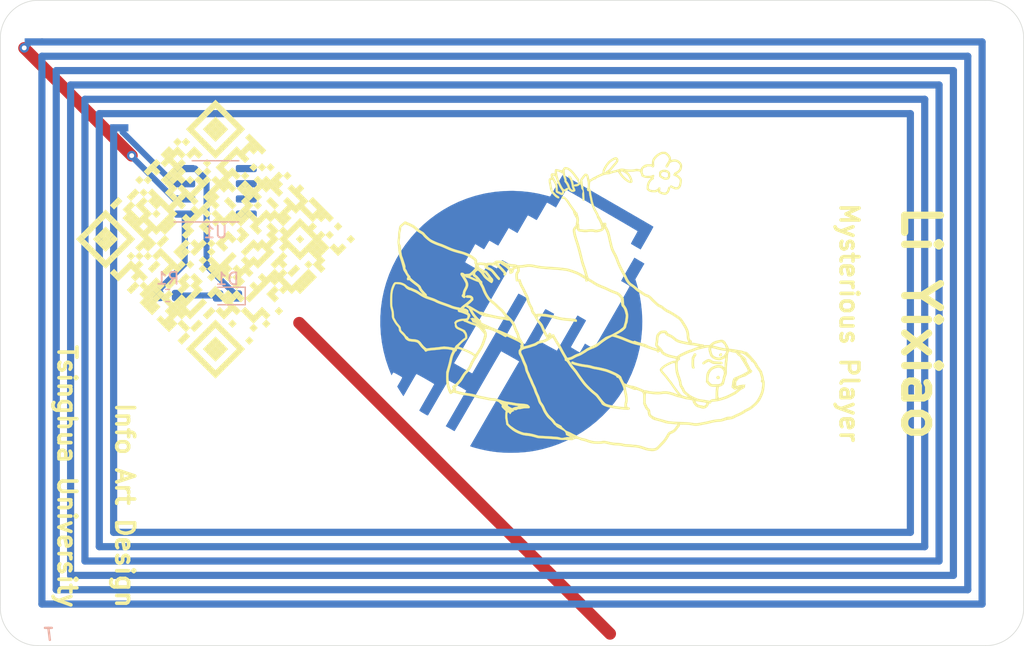
<source format=kicad_pcb>
(kicad_pcb (version 20171130) (host pcbnew "(5.1.9)-1")
  (layers (0 F.Cu signal) (31 B.Cu signal) (34 B.Paste user) (35 F.Paste user) (36 B.SilkS user) (37 F.SilkS user) (38 B.Mask user) (39 F.Mask user) (44 Edge.Cuts user))
  (net 0 "")
  (net 1 "Net-(AE1-Pad2)")
  (net 2 GND)
  (net 3 "Net-(D1-Pad2)")
  (net 4 +3V3)
  (net 5 "Net-(AE1-Pad1)")
  (net 6 "Net-(U1-Pad8)")
  (net 7 "Net-(U1-Pad7)")
  (net 8 "Net-(U1-Pad6)")
  (net 9 "Net-(U1-Pad5)")
  (module Avatars:6李艺潇 (layer F.Cu) (at 148.29 73.01 270)
    (fp_text reference G*** hide)
    (fp_text value LOGO hide)
  )
  (module Card:FutureInteractionDisconnect (layer B.Cu) (at 142.8 73.01)
    (fp_text reference G*** hide)
    (fp_text value LOGO hide)
    (fp_poly (pts (xy 0.476798 10.843159) (xy 0.984689 10.811521) (xy 1.474558 10.756716) (xy 1.960792 10.677047) (xy 2.457777 10.570817) (xy 2.578206 10.541687) (xy 3.286119 10.341214) (xy 3.97344 10.095386) (xy 4.638474 9.805974) (xy 5.279524 9.474753) (xy 5.894894 9.103496) (xy 6.482888 8.693976) (xy 7.04181 8.247968) (xy 7.569964 7.767244) (xy 8.065655 7.253579) (xy 8.527185 6.708745) (xy 8.952859 6.134517) (xy 9.340981 5.532667) (xy 9.689855 4.90497) (xy 9.997785 4.253199) (xy 10.263075 3.579127) (xy 10.484028 2.884529) (xy 10.658949 2.171177) (xy 10.67963 2.0701) (xy 10.801638 1.330457) (xy 10.873378 0.58695) (xy 10.894846 -0.158117) (xy 10.866035 -0.902439) (xy 10.78694 -1.643714) (xy 10.690058 -2.219732) (xy 10.635958 -2.496365) (xy 10.687195 -2.601827) (xy 10.738433 -2.707288) (xy 10.642725 -2.76237) (xy 10.57361 -2.813266) (xy 10.538395 -2.874747) (xy 10.529264 -2.912089) (xy 10.51508 -2.972243) (xy 10.489173 -3.068151) (xy 10.455095 -3.187118) (xy 10.416403 -3.316451) (xy 10.412243 -3.330031) (xy 10.312976 -3.653336) (xy 10.692223 -4.309184) (xy 11.071471 -4.965031) (xy 10.964985 -5.030828) (xy 10.903142 -5.068253) (xy 10.809179 -5.124154) (xy 10.694928 -5.191533) (xy 10.57222 -5.263392) (xy 10.547784 -5.277639) (xy 10.237069 -5.458652) (xy 10.137689 -5.288376) (xy 9.967675 -4.996343) (xy 9.808924 -4.722203) (xy 9.66303 -4.468783) (xy 9.531585 -4.23891) (xy 9.416183 -4.03541) (xy 9.318418 -3.861108) (xy 9.239884 -3.718833) (xy 9.182173 -3.61141) (xy 9.146879 -3.541665) (xy 9.135596 -3.512425) (xy 9.136046 -3.511716) (xy 9.164063 -3.496979) (xy 9.227852 -3.461062) (xy 9.3194 -3.408548) (xy 9.430696 -3.344018) (xy 9.4996 -3.303792) (xy 9.637811 -3.221258) (xy 9.735593 -3.15862) (xy 9.797636 -3.112437) (xy 9.828633 -3.079266) (xy 9.834027 -3.058465) (xy 9.820177 -3.029499) (xy 9.782837 -2.960241) (xy 9.723931 -2.854025) (xy 9.645384 -2.714183) (xy 9.549119 -2.544049) (xy 9.437062 -2.346956) (xy 9.311138 -2.126238) (xy 9.173271 -1.885229) (xy 9.025385 -1.62726) (xy 8.869405 -1.355667) (xy 8.707256 -1.073782) (xy 8.540863 -0.784938) (xy 8.372149 -0.49247) (xy 8.20304 -0.199709) (xy 8.03546 0.090009) (xy 7.871334 0.373352) (xy 7.712586 0.646987) (xy 7.561141 0.907579) (xy 7.418924 1.151796) (xy 7.287859 1.376305) (xy 7.16987 1.577771) (xy 7.066883 1.752862) (xy 6.980822 1.898244) (xy 6.913611 2.010584) (xy 6.867176 2.086548) (xy 6.84344 2.122803) (xy 6.840974 2.125466) (xy 6.808278 2.117555) (xy 6.738414 2.0862) (xy 6.637449 2.034628) (xy 6.511448 1.966064) (xy 6.36648 1.883737) (xy 6.208612 1.790872) (xy 6.183242 1.77566) (xy 6.105384 1.728857) (xy 5.894063 2.096329) (xy 5.823088 2.218199) (xy 5.760368 2.322976) (xy 5.710386 2.403401) (xy 5.677625 2.452217) (xy 5.667121 2.463723) (xy 5.637825 2.451453) (xy 5.575043 2.418207) (xy 5.487566 2.36919) (xy 5.384183 2.309608) (xy 5.273686 2.244664) (xy 5.164865 2.179564) (xy 5.066509 2.119512) (xy 4.98741 2.069714) (xy 4.936358 2.035373) (xy 4.92158 2.02229) (xy 4.933833 1.99713) (xy 4.969152 1.932263) (xy 5.025133 1.83193) (xy 5.09937 1.700376) (xy 5.189458 1.541844) (xy 5.29299 1.360577) (xy 5.407561 1.160818) (xy 5.530766 0.946812) (xy 5.55997 0.896198) (xy 5.684526 0.680078) (xy 5.80079 0.477699) (xy 5.906391 0.293234) (xy 5.998957 0.130856) (xy 6.076116 -0.00526) (xy 6.135498 -0.110942) (xy 6.17473 -0.182016) (xy 6.191441 -0.214307) (xy 6.191837 -0.215823) (xy 6.169285 -0.229211) (xy 6.111795 -0.262713) (xy 6.028445 -0.311082) (xy 5.928313 -0.369071) (xy 5.820475 -0.43143) (xy 5.714011 -0.492914) (xy 5.617997 -0.548273) (xy 5.541511 -0.592261) (xy 5.493632 -0.61963) (xy 5.483312 -0.625412) (xy 5.468283 -0.605464) (xy 5.430101 -0.545036) (xy 5.370888 -0.447717) (xy 5.292762 -0.317094) (xy 5.197843 -0.156756) (xy 5.088252 0.029711) (xy 4.966108 0.238716) (xy 4.833532 0.466674) (xy 4.692643 0.709995) (xy 4.622009 0.832368) (xy 4.477601 1.082663) (xy 4.340473 1.320067) (xy 4.212756 1.540903) (xy 4.096585 1.741495) (xy 3.994093 1.918167) (xy 3.907414 2.067243) (xy 3.838682 2.185046) (xy 3.790029 2.267902) (xy 3.76359 2.312132) (xy 3.759448 2.318529) (xy 3.735327 2.310133) (xy 3.673365 2.28003) (xy 3.579841 2.231692) (xy 3.461036 2.168593) (xy 3.32323 2.094204) (xy 3.172702 2.011998) (xy 3.015732 1.925448) (xy 2.858599 1.838025) (xy 2.707584 1.753204) (xy 2.568966 1.674455) (xy 2.449025 1.605252) (xy 2.354041 1.549067) (xy 2.290293 1.509373) (xy 2.268843 1.494271) (xy 2.266979 1.47259) (xy 2.284275 1.423159) (xy 2.32229 1.342886) (xy 2.382584 1.228679) (xy 2.466716 1.07745) (xy 2.571794 0.893812) (xy 2.685372 0.697133) (xy 2.81263 0.476767) (xy 2.944466 0.248473) (xy 3.071782 0.028007) (xy 3.185479 -0.168875) (xy 3.215098 -0.220164) (xy 3.525594 -0.757828) (xy 3.167325 -0.963385) (xy 3.0277 -1.042281) (xy 2.925374 -1.096862) (xy 2.854557 -1.129721) (xy 2.809459 -1.14345) (xy 2.784291 -1.140642) (xy 2.779722 -1.13692) (xy 2.762251 -1.109847) (xy 2.721702 -1.042493) (xy 2.660279 -0.938641) (xy 2.580188 -0.802073) (xy 2.483633 -0.63657) (xy 2.372819 -0.445915) (xy 2.249951 -0.233888) (xy 2.117234 -0.004271) (xy 1.976872 0.239154) (xy 1.931765 0.3175) (xy 1.789487 0.564379) (xy 1.654156 0.798552) (xy 1.527975 1.016246) (xy 1.41315 1.21369) (xy 1.311885 1.387112) (xy 1.226383 1.53274) (xy 1.158849 1.646802) (xy 1.111487 1.725526) (xy 1.086501 1.76514) (xy 1.083621 1.768911) (xy 1.054992 1.764093) (xy 0.989356 1.736223) (xy 0.892961 1.688891) (xy 0.772051 1.625688) (xy 0.632874 1.550206) (xy 0.481675 1.466035) (xy 0.324701 1.376766) (xy 0.168198 1.285989) (xy 0.018412 1.197296) (xy -0.118411 1.114277) (xy -0.236023 1.040523) (xy -0.32818 0.979625) (xy -0.388635 0.935174) (xy -0.411141 0.91076) (xy -0.411087 0.909645) (xy -0.397314 0.882444) (xy -0.360221 0.815008) (xy -0.301931 0.711067) (xy -0.22457 0.574353) (xy -0.130263 0.408597) (xy -0.021134 0.217531) (xy 0.100691 0.004887) (xy 0.233087 -0.225605) (xy 0.37393 -0.470213) (xy 0.435504 -0.576974) (xy 0.578763 -0.825951) (xy 0.713878 -1.062143) (xy 0.838786 -1.281859) (xy 0.951428 -1.481408) (xy 1.049742 -1.657099) (xy 1.131668 -1.805241) (xy 1.195145 -1.922143) (xy 1.238112 -2.004114) (xy 1.258508 -2.047464) (xy 1.259813 -2.053333) (xy 1.230636 -2.078021) (xy 1.167549 -2.119077) (xy 1.07968 -2.171534) (xy 0.976157 -2.23043) (xy 0.866109 -2.290799) (xy 0.758664 -2.347679) (xy 0.66295 -2.396104) (xy 0.588097 -2.43111) (xy 0.543232 -2.447734) (xy 0.534867 -2.447568) (xy 0.520172 -2.423431) (xy 0.481517 -2.3577) (xy 0.420304 -2.252797) (xy 0.337934 -2.111144) (xy 0.235808 -1.935163) (xy 0.115329 -1.727276) (xy -0.022102 -1.489904) (xy -0.175083 -1.225471) (xy -0.342214 -0.936399) (xy -0.522091 -0.625108) (xy -0.713315 -0.294021) (xy -0.914482 0.054439) (xy -1.124192 0.417851) (xy -1.341043 0.793792) (xy -1.395948 0.889) (xy -1.614299 1.26758) (xy -1.825822 1.634169) (xy -2.02912 1.986351) (xy -2.222792 2.321708) (xy -2.405442 2.637825) (xy -2.575668 2.932284) (xy -2.732075 3.202668) (xy -2.873262 3.446561) (xy -2.99783 3.661546) (xy -3.104383 3.845206) (xy -3.19152 3.995124) (xy -3.257843 4.108884) (xy -3.301953 4.184069) (xy -3.322453 4.218262) (xy -3.323727 4.220125) (xy -3.347562 4.21091) (xy -3.409249 4.179884) (xy -3.502578 4.13052) (xy -3.62134 4.066293) (xy -3.759327 3.990676) (xy -3.910329 3.907143) (xy -4.068139 3.819169) (xy -4.226546 3.730228) (xy -4.379343 3.643793) (xy -4.520319 3.563339) (xy -4.643268 3.492339) (xy -4.741979 3.434268) (xy -4.810243 3.392599) (xy -4.841853 3.370808) (xy -4.842135 3.370533) (xy -4.838087 3.343162) (xy -4.810259 3.29385) (xy -4.80401 3.284947) (xy -4.780083 3.247421) (xy -4.733048 3.169482) (xy -4.664429 3.053775) (xy -4.575747 2.902948) (xy -4.468526 2.719647) (xy -4.344288 2.506516) (xy -4.204555 2.266204) (xy -4.05085 2.001354) (xy -3.884696 1.714615) (xy -3.707615 1.408631) (xy -3.52113 1.086049) (xy -3.326763 0.749515) (xy -3.126037 0.401675) (xy -2.920474 0.045176) (xy -2.711598 -0.317338) (xy -2.50093 -0.683219) (xy -2.289994 -1.049821) (xy -2.080311 -1.414499) (xy -1.873405 -1.774607) (xy -1.670798 -2.127497) (xy -1.474012 -2.470525) (xy -1.28457 -2.801044) (xy -1.103995 -3.116407) (xy -0.93381 -3.41397) (xy -0.775536 -3.691085) (xy -0.630696 -3.945107) (xy -0.500814 -4.173389) (xy -0.387411 -4.373286) (xy -0.29201 -4.542152) (xy -0.216134 -4.677339) (xy -0.161306 -4.776203) (xy -0.129047 -4.836097) (xy -0.12055 -4.854481) (xy -0.148094 -4.872927) (xy -0.20966 -4.910308) (xy -0.296 -4.96131) (xy -0.397867 -5.020616) (xy -0.506014 -5.08291) (xy -0.611194 -5.142878) (xy -0.70416 -5.195204) (xy -0.775665 -5.234572) (xy -0.816461 -5.255667) (xy -0.822178 -5.2578) (xy -0.838059 -5.236966) (xy -0.874508 -5.179447) (xy -0.926976 -5.092712) (xy -0.990913 -4.984229) (xy -1.032724 -4.912095) (xy -1.102552 -4.79303) (xy -1.165122 -4.690318) (xy -1.215493 -4.611763) (xy -1.248727 -4.565171) (xy -1.258171 -4.55588) (xy -1.288054 -4.564389) (xy -1.35364 -4.59469) (xy -1.446906 -4.642711) (xy -1.559832 -4.70438) (xy -1.637655 -4.748519) (xy -1.990869 -4.951668) (xy -2.149317 -4.679284) (xy -2.217631 -4.562121) (xy -2.283393 -4.449812) (xy -2.338709 -4.355815) (xy -2.373162 -4.297784) (xy -2.438558 -4.188668) (xy -2.546429 -4.262275) (xy -2.597072 -4.294445) (xy -2.684832 -4.3476) (xy -2.80268 -4.417593) (xy -2.943589 -4.500277) (xy -3.100528 -4.591503) (xy -3.2639 -4.68565) (xy -3.424814 -4.778382) (xy -3.572138 -4.864052) (xy -3.699845 -4.939097) (xy -3.80191 -4.999949) (xy -3.872307 -5.043043) (xy -3.90501 -5.064814) (xy -3.905734 -5.065449) (xy -3.910202 -5.082339) (xy -3.901796 -5.116628) (xy -3.878477 -5.17232) (xy -3.838203 -5.25342) (xy -3.778934 -5.363933) (xy -3.698629 -5.507865) (xy -3.595247 -5.68922) (xy -3.531084 -5.800695) (xy -3.432139 -5.972688) (xy -3.341858 -6.130582) (xy -3.263264 -6.269015) (xy -3.19938 -6.382622) (xy -3.153231 -6.466041) (xy -3.127838 -6.513907) (xy -3.123812 -6.523205) (xy -3.111402 -6.557575) (xy -3.100951 -6.57599) (xy -3.080344 -6.590961) (xy -3.043599 -6.583451) (xy -2.980525 -6.550329) (xy -2.942589 -6.52732) (xy -2.749686 -6.408294) (xy -2.597127 -6.315195) (xy -2.482465 -6.246571) (xy -2.403252 -6.200974) (xy -2.357039 -6.176953) (xy -2.343024 -6.1722) (xy -2.324092 -6.193152) (xy -2.285107 -6.251056) (xy -2.230736 -6.338485) (xy -2.165646 -6.448011) (xy -2.120011 -6.527164) (xy -2.050271 -6.647126) (xy -1.987949 -6.749842) (xy -1.937776 -6.827859) (xy -1.904486 -6.873724) (xy -1.894188 -6.882764) (xy -1.865233 -6.870804) (xy -1.800524 -6.837362) (xy -1.708056 -6.786776) (xy -1.595824 -6.723386) (xy -1.520929 -6.6802) (xy -1.401491 -6.611244) (xy -1.297982 -6.552313) (xy -1.218106 -6.507727) (xy -1.169566 -6.481804) (xy -1.158573 -6.477) (xy -1.141528 -6.497567) (xy -1.104805 -6.553403) (xy -1.053996 -6.635708) (xy -1.001138 -6.72465) (xy -0.943078 -6.823665) (xy -0.865712 -6.955218) (xy -0.775624 -7.108136) (xy -0.679395 -7.271248) (xy -0.583609 -7.433381) (xy -0.567759 -7.460184) (xy -0.279207 -7.948068) (xy 0.455887 -7.523734) (xy 0.866825 -8.238617) (xy 0.967402 -8.413009) (xy 1.060911 -8.574047) (xy 1.144103 -8.716219) (xy 1.213727 -8.834015) (xy 1.266536 -8.921926) (xy 1.299281 -8.974441) (xy 1.307807 -8.986519) (xy 1.327383 -8.994683) (xy 1.363309 -8.987875) (xy 1.421643 -8.963388) (xy 1.508445 -8.918513) (xy 1.629772 -8.850544) (xy 1.691276 -8.815157) (xy 1.811773 -8.746037) (xy 1.916721 -8.6869) (xy 1.998341 -8.642044) (xy 2.048855 -8.615768) (xy 2.061268 -8.610688) (xy 2.077453 -8.631871) (xy 2.115688 -8.692012) (xy 2.172874 -8.78593) (xy 2.245914 -8.908443) (xy 2.331708 -9.054371) (xy 2.427158 -9.218533) (xy 2.490374 -9.32815) (xy 2.590527 -9.502048) (xy 2.682946 -9.661936) (xy 2.764507 -9.802454) (xy 2.832086 -9.918243) (xy 2.88256 -10.003945) (xy 2.912803 -10.054199) (xy 2.919983 -10.065158) (xy 2.946486 -10.059565) (xy 3.009077 -10.031782) (xy 3.100194 -9.985601) (xy 3.212271 -9.924811) (xy 3.304985 -9.872229) (xy 3.672914 -9.659841) (xy 4.531862 -11.148983) (xy 4.647181 -11.084657) (xy 4.745495 -11.029327) (xy 4.878742 -10.953582) (xy 5.043824 -10.85922) (xy 5.237643 -10.74804) (xy 5.4571 -10.62184) (xy 5.699097 -10.482418) (xy 5.960536 -10.331574) (xy 6.238318 -10.171106) (xy 6.529346 -10.002811) (xy 6.830521 -9.82849) (xy 7.138744 -9.64994) (xy 7.450919 -9.468959) (xy 7.763945 -9.287347) (xy 8.074726 -9.106902) (xy 8.380163 -8.929423) (xy 8.677157 -8.756707) (xy 8.962611 -8.590554) (xy 9.233426 -8.432762) (xy 9.486504 -8.28513) (xy 9.718747 -8.149456) (xy 9.927056 -8.027539) (xy 10.108334 -7.921176) (xy 10.259481 -7.832168) (xy 10.377401 -7.762312) (xy 10.458993 -7.713406) (xy 10.501161 -7.68725) (xy 10.506485 -7.683316) (xy 10.497286 -7.654357) (xy 10.46572 -7.588192) (xy 10.415246 -7.49136) (xy 10.349323 -7.3704) (xy 10.271409 -7.231851) (xy 10.224413 -7.150028) (xy 10.141958 -7.005108) (xy 10.070332 -6.874558) (xy 10.012842 -6.7648) (xy 9.972795 -6.682257) (xy 9.9535 -6.63335) (xy 9.953021 -6.623018) (xy 9.980019 -6.604656) (xy 10.041235 -6.567003) (xy 10.128288 -6.514927) (xy 10.232797 -6.453294) (xy 10.346382 -6.386968) (xy 10.460661 -6.320818) (xy 10.567255 -6.259708) (xy 10.657782 -6.208505) (xy 10.723862 -6.172076) (xy 10.757113 -6.155285) (xy 10.759427 -6.154793) (xy 10.772426 -6.177069) (xy 10.808159 -6.238814) (xy 10.864001 -6.335479) (xy 10.937327 -6.462514) (xy 11.025512 -6.615372) (xy 11.12593 -6.789503) (xy 11.235957 -6.980358) (xy 11.302268 -7.095411) (xy 11.424496 -7.308908) (xy 11.534096 -7.503137) (xy 11.62898 -7.674229) (xy 11.707058 -7.818311) (xy 11.766244 -7.931512) (xy 11.804449 -8.009962) (xy 11.819584 -8.049789) (xy 11.819201 -8.053758) (xy 11.793341 -8.070444) (xy 11.726342 -8.110703) (xy 11.620964 -8.172945) (xy 11.479967 -8.255581) (xy 11.306114 -8.35702) (xy 11.102164 -8.475674) (xy 10.870878 -8.609951) (xy 10.615018 -8.758263) (xy 10.337343 -8.91902) (xy 10.040614 -9.090632) (xy 9.727593 -9.27151) (xy 9.40104 -9.460063) (xy 9.063716 -9.654702) (xy 8.718381 -9.853837) (xy 8.367797 -10.055878) (xy 8.014724 -10.259236) (xy 7.661922 -10.462322) (xy 7.312153 -10.663544) (xy 6.968178 -10.861314) (xy 6.632756 -11.054042) (xy 6.30865 -11.240138) (xy 5.998619 -11.418012) (xy 5.705424 -11.586075) (xy 5.431827 -11.742737) (xy 5.180587 -11.886409) (xy 4.954466 -12.015499) (xy 4.756225 -12.12842) (xy 4.588623 -12.22358) (xy 4.454423 -12.299391) (xy 4.356384 -12.354262) (xy 4.297268 -12.386604) (xy 4.279741 -12.3952) (xy 4.250856 -12.374613) (xy 4.20655 -12.320076) (xy 4.155381 -12.242424) (xy 4.144306 -12.22375) (xy 4.10714 -12.159655) (xy 4.048542 -12.058342) (xy 3.972437 -11.92661) (xy 3.882752 -11.771259) (xy 3.783412 -11.599088) (xy 3.678343 -11.416897) (xy 3.620006 -11.3157) (xy 3.518863 -11.140318) (xy 3.426042 -10.979555) (xy 3.344523 -10.838554) (xy 3.277283 -10.722459) (xy 3.227302 -10.636417) (xy 3.197559 -10.58557) (xy 3.190352 -10.573648) (xy 3.16546 -10.578053) (xy 3.100997 -10.593975) (xy 3.006248 -10.619014) (xy 2.890498 -10.650768) (xy 2.868982 -10.656778) (xy 2.179465 -10.824098) (xy 1.473229 -10.945348) (xy 0.755268 -11.020388) (xy 0.030576 -11.049075) (xy -0.695852 -11.031266) (xy -1.419022 -10.966818) (xy -2.13394 -10.85559) (xy -2.377149 -10.806469) (xy -3.091019 -10.628093) (xy -3.78564 -10.403717) (xy -4.459279 -10.135027) (xy -5.110204 -9.823706) (xy -5.73668 -9.47144) (xy -6.336975 -9.079914) (xy -6.909355 -8.650813) (xy -7.452089 -8.185823) (xy -7.963441 -7.686626) (xy -8.44168 -7.15491) (xy -8.885073 -6.592358) (xy -9.291885 -6.000657) (xy -9.660384 -5.381489) (xy -9.988838 -4.736542) (xy -10.275512 -4.067499) (xy -10.518674 -3.376045) (xy -10.705417 -2.709609) (xy -10.855206 -1.996713) (xy -10.956265 -1.273971) (xy -11.008864 -0.544935) (xy -11.013276 0.186843) (xy -10.96977 0.917811) (xy -10.878618 1.644416) (xy -10.740092 2.363108) (xy -10.554461 3.070334) (xy -10.321997 3.762541) (xy -10.185078 4.109643) (xy -10.07652 4.371185) (xy -10.014684 4.26232) (xy -9.973392 4.195385) (xy -9.938334 4.148296) (xy -9.926474 4.137155) (xy -9.897913 4.144185) (xy -9.834872 4.172127) (xy -9.746552 4.215965) (xy -9.642155 4.270678) (xy -9.530883 4.331248) (xy -9.421938 4.392656) (xy -9.324521 4.449883) (xy -9.247835 4.497909) (xy -9.201081 4.531717) (xy -9.198038 4.534467) (xy -9.188641 4.552931) (xy -9.192238 4.584273) (xy -9.211619 4.634749) (xy -9.249572 4.710616) (xy -9.30889 4.818128) (xy -9.379424 4.941202) (xy -9.595673 5.315065) (xy -9.542201 5.407083) (xy -9.495868 5.484434) (xy -9.433425 5.585479) (xy -9.362038 5.698978) (xy -9.288871 5.813695) (xy -9.22109 5.918392) (xy -9.16586 6.001832) (xy -9.1313 6.051501) (xy -9.0805 6.119745) (xy -8.560943 5.216605) (xy -8.447866 5.020317) (xy -8.341986 4.837045) (xy -8.246126 4.671634) (xy -8.163107 4.52893) (xy -8.09575 4.41378) (xy -8.046879 4.33103) (xy -8.019314 4.285524) (xy -8.014843 4.27878) (xy -7.999627 4.273543) (xy -7.967701 4.280546) (xy -7.915107 4.30179) (xy -7.837885 4.339275) (xy -7.732077 4.395003) (xy -7.593726 4.470975) (xy -7.418872 4.569192) (xy -7.24535 4.667806) (xy -7.069041 4.768995) (xy -6.907678 4.862832) (xy -6.766374 4.946249) (xy -6.650242 5.016177) (xy -6.564394 5.069546) (xy -6.513942 5.103289) (xy -6.5024 5.113779) (xy -6.514744 5.139551) (xy -6.550146 5.204943) (xy -6.606162 5.305639) (xy -6.68035 5.437321) (xy -6.770267 5.595674) (xy -6.873469 5.776382) (xy -6.987512 5.975129) (xy -7.109955 6.187599) (xy -7.124863 6.213408) (xy -7.248334 6.427429) (xy -7.363912 6.628381) (xy -7.469126 6.811922) (xy -7.561504 6.973712) (xy -7.638573 7.109408) (xy -7.697861 7.214669) (xy -7.736897 7.285154) (xy -7.753209 7.316522) (xy -7.753513 7.317416) (xy -7.734805 7.33856) (xy -7.679116 7.379844) (xy -7.593686 7.436403) (xy -7.485756 7.503373) (xy -7.407105 7.550102) (xy -7.273259 7.627504) (xy -7.176164 7.68116) (xy -7.109295 7.713926) (xy -7.066124 7.728655) (xy -7.040125 7.728203) (xy -7.025798 7.716885) (xy -7.008417 7.68856) (xy -6.967898 7.620001) (xy -6.906444 7.515003) (xy -6.826258 7.377358) (xy -6.729543 7.210863) (xy -6.618502 7.01931) (xy -6.495339 6.806494) (xy -6.362256 6.576208) (xy -6.221456 6.332248) (xy -6.17358 6.249223) (xy -6.030885 6.002351) (xy -5.895079 5.768628) (xy -5.768362 5.551761) (xy -5.652934 5.355458) (xy -5.550995 5.183424) (xy -5.464744 5.039367) (xy -5.396382 4.926994) (xy -5.348109 4.850011) (xy -5.322124 4.812126) (xy -5.31873 4.8088) (xy -5.291092 4.818252) (xy -5.22652 4.849717) (xy -5.131197 4.899669) (xy -5.011306 4.964584) (xy -4.873028 5.040937) (xy -4.722548 5.125203) (xy -4.566048 5.213858) (xy -4.40971 5.303377) (xy -4.259718 5.390236) (xy -4.122254 5.470909) (xy -4.0035 5.541872) (xy -3.90964 5.599601) (xy -3.846857 5.64057) (xy -3.821332 5.661255) (xy -3.821163 5.662539) (xy -3.834986 5.686479) (xy -3.872027 5.750678) (xy -3.930125 5.851386) (xy -4.007118 5.984856) (xy -4.100845 6.147341) (xy -4.209143 6.335093) (xy -4.329851 6.544364) (xy -4.460806 6.771406) (xy -4.599848 7.012472) (xy -4.635278 7.0739) (xy -4.777342 7.320144) (xy -4.912933 7.555043) (xy -5.039747 7.774611) (xy -5.155478 7.974864) (xy -5.257823 8.151818) (xy -5.344476 8.301489) (xy -5.413132 8.419891) (xy -5.461488 8.503041) (xy -5.487237 8.546954) (xy -5.489459 8.550657) (xy -5.537891 8.630414) (xy -5.183336 8.836407) (xy -5.062378 8.905981) (xy -4.95657 8.965514) (xy -4.873764 9.010693) (xy -4.821815 9.037205) (xy -4.808341 9.042384) (xy -4.793541 9.02077) (xy -4.754785 8.957527) (xy -4.693468 8.855046) (xy -4.610985 8.715719) (xy -4.508733 8.54194) (xy -4.388107 8.3361) (xy -4.250502 8.100592) (xy -4.097313 7.837807) (xy -3.929938 7.550139) (xy -3.74977 7.239978) (xy -3.558205 6.909718) (xy -3.35664 6.56175) (xy -3.146469 6.198467) (xy -2.929089 5.822261) (xy -2.859819 5.702284) (xy -2.640444 5.322512) (xy -2.427811 4.954916) (xy -2.223316 4.601889) (xy -2.028357 4.265822) (xy -1.844333 3.949108) (xy -1.67264 3.65414) (xy -1.514676 3.38331) (xy -1.371838 3.139011) (xy -1.245525 2.923634) (xy -1.137133 2.739574) (xy -1.048061 2.589221) (xy -0.979706 2.474969) (xy -0.933465 2.39921) (xy -0.910737 2.364336) (xy -0.908677 2.3622) (xy -0.883983 2.374197) (xy -0.821417 2.407837) (xy -0.727235 2.459595) (xy -0.607691 2.525945) (xy -0.469041 2.603361) (xy -0.317539 2.688318) (xy -0.159441 2.77729) (xy -0.001002 2.866752) (xy 0.151523 2.953178) (xy 0.291879 3.033042) (xy 0.413811 3.102819) (xy 0.511064 3.158982) (xy 0.577382 3.198008) (xy 0.605815 3.21583) (xy 0.597824 3.238062) (xy 0.567109 3.28585) (xy 0.55202 3.306682) (xy 0.533848 3.33594) (xy 0.491753 3.406662) (xy 0.427202 3.516313) (xy 0.341664 3.662358) (xy 0.236609 3.842263) (xy 0.113506 4.053493) (xy -0.026177 4.293515) (xy -0.180972 4.559792) (xy -0.349408 4.849792) (xy -0.530017 5.160979) (xy -0.72133 5.490818) (xy -0.921879 5.836776) (xy -1.130194 6.196318) (xy -1.344806 6.566908) (xy -1.564248 6.946013) (xy -1.787048 7.331099) (xy -2.01174 7.71963) (xy -2.236854 8.109072) (xy -2.46092 8.49689) (xy -2.682471 8.880551) (xy -2.900037 9.257518) (xy -3.112149 9.625259) (xy -3.317339 9.981238) (xy -3.496308 10.291954) (xy -3.479985 10.309903) (xy -3.420145 10.336587) (xy -3.323004 10.370372) (xy -3.194775 10.409626) (xy -3.041674 10.452715) (xy -2.869914 10.498006) (xy -2.685711 10.543866) (xy -2.495278 10.588661) (xy -2.30483 10.63076) (xy -2.120582 10.668528) (xy -1.948748 10.700332) (xy -1.9304 10.703476) (xy -1.598835 10.755753) (xy -1.288473 10.795474) (xy -0.984184 10.823852) (xy -0.670839 10.842104) (xy -0.333305 10.851442) (xy -0.0635 10.853328) (xy 0.476798 10.843159)) (layer B.Cu) (width 0.01))
  )
  (module Card:interact.cool (layer F.Cu) (at 118 66 45)
    (fp_text reference QR hide)
    (fp_text value https://interact.cool/ hide)
  )
  (module Card:NFC-Antenna_6_79.24x47.62_0.6x0.6mm (layer B.Cu) (at 142.8 73.01)
    (fp_text reference AE1 hide)
    (fp_text value Antenna_Loop)
    (fp_line (start -39.32 -23.51) (end 39.32 -23.51) (layer B.Cu) (width 0.6))
    (fp_line (start 39.32 -23.51) (end 39.32 23.51) (layer B.Cu) (width 0.6))
    (fp_line (start 39.32 23.51) (end -39.32 23.51) (layer B.Cu) (width 0.6))
    (fp_line (start -39.32 23.51) (end -39.32 -22.31) (layer B.Cu) (width 0.6))
    (fp_line (start -39.32 -22.31) (end 38.12 -22.31) (layer B.Cu) (width 0.6))
    (fp_line (start 38.12 -22.31) (end 38.12 22.31) (layer B.Cu) (width 0.6))
    (fp_line (start 38.12 22.31) (end -38.12 22.31) (layer B.Cu) (width 0.6))
    (fp_line (start -38.12 22.31) (end -38.12 -21.11) (layer B.Cu) (width 0.6))
    (fp_line (start -38.12 -21.11) (end 36.92 -21.11) (layer B.Cu) (width 0.6))
    (fp_line (start 36.92 -21.11) (end 36.92 21.11) (layer B.Cu) (width 0.6))
    (fp_line (start 36.92 21.11) (end -36.92 21.11) (layer B.Cu) (width 0.6))
    (fp_line (start -36.92 21.11) (end -36.92 -19.91) (layer B.Cu) (width 0.6))
    (fp_line (start -36.92 -19.91) (end 35.72 -19.91) (layer B.Cu) (width 0.6))
    (fp_line (start 35.72 -19.91) (end 35.72 19.91) (layer B.Cu) (width 0.6))
    (fp_line (start 35.72 19.91) (end -35.72 19.91) (layer B.Cu) (width 0.6))
    (fp_line (start -35.72 19.91) (end -35.72 -18.71) (layer B.Cu) (width 0.6))
    (fp_line (start -35.72 -18.71) (end 34.52 -18.71) (layer B.Cu) (width 0.6))
    (fp_line (start 34.52 -18.71) (end 34.52 18.71) (layer B.Cu) (width 0.6))
    (fp_line (start 34.52 18.71) (end -34.52 18.71) (layer B.Cu) (width 0.6))
    (fp_line (start -34.52 18.71) (end -34.52 -17.51) (layer B.Cu) (width 0.6))
    (fp_line (start -34.52 -17.51) (end 33.32 -17.51) (layer B.Cu) (width 0.6))
    (fp_line (start 33.32 -17.51) (end 33.32 17.51) (layer B.Cu) (width 0.6))
    (fp_line (start 33.32 17.51) (end -33.32 17.51) (layer B.Cu) (width 0.6))
    (fp_line (start -33.32 17.51) (end -33.32 -16.31) (layer B.Cu) (width 0.6))
    (pad 2 smd rect (at -40 -23.51) (size 1.524 0.6) (layers B.Cu) (net 1 "Net-(AE1-Pad2)"))
    (pad 1 smd rect (at -32.85 -16.325) (size 1.524 0.6) (layers B.Cu) (net 5 "Net-(AE1-Pad1)"))
  )
  (module Package_SO:SO-8_3.9x4.9mm_P1.27mm (layer B.Cu) (at 118 62)
    (fp_text reference U1 (at 0 3.4) (layer B.SilkS) (effects (justify mirror)))
    (fp_text value M24LR04E-R)
    (pad 8 smd roundrect (at 2.575 1.905) (size 1.75 0.6) (layers B.Cu B.Paste B.Mask) (net 6 "Net-(U1-Pad8)"))
    (pad 7 smd roundrect (at 2.575 0.635) (size 1.75 0.6) (layers B.Cu B.Paste B.Mask) (net 7 "Net-(U1-Pad7)"))
    (pad 6 smd roundrect (at 2.575 -0.635) (size 1.75 0.6) (layers B.Cu B.Paste B.Mask) (net 8 "Net-(U1-Pad6)"))
    (pad 5 smd roundrect (at 2.575 -1.905) (size 1.75 0.6) (layers B.Cu B.Paste B.Mask) (net 9 "Net-(U1-Pad5)"))
    (pad 4 smd roundrect (at -2.575 -1.905) (size 1.75 0.6) (layers B.Cu B.Paste B.Mask) (net 2 GND))
    (pad 3 smd roundrect (at -2.575 -0.635) (size 1.75 0.6) (layers B.Cu B.Paste B.Mask) (net 5 "Net-(AE1-Pad1)"))
    (pad 2 smd roundrect (at -2.575 0.635) (size 1.75 0.6) (layers B.Cu B.Paste B.Mask) (net 1 "Net-(AE1-Pad2)"))
    (pad 1 smd roundrect (at -2.575 1.905) (size 1.75 0.6) (layers B.Cu B.Paste B.Mask) (net 4 +3V3))
  )
  (module Resistor_SMD:R_0603_1608Metric (layer B.Cu) (at 114 70.71 180)
    (fp_text reference R1 (at 0 1.43) (layer B.SilkS) (effects (justify mirror)))
    (fp_text value R)
    (pad 2 smd roundrect (at 0.7875 0 180) (size 0.875 0.95) (layers B.Cu B.Paste B.Mask) (net 4 +3V3))
    (pad 1 smd roundrect (at -0.7875 0 180) (size 0.875 0.95) (layers B.Cu B.Paste B.Mask) (net 3 "Net-(D1-Pad2)"))
  )
  (module LED_SMD:LED_0603_1608Metric (layer B.Cu) (at 119 70.75 180)
    (fp_text reference D1 (at 0 1.43) (layer B.SilkS) (effects (justify mirror)))
    (fp_text value LED)
    (pad 2 smd roundrect (at 0.7875 0 180) (size 0.875 0.95) (layers B.Cu B.Paste B.Mask) (net 3 "Net-(D1-Pad2)"))
    (pad 1 smd roundrect (at -0.7875 0 180) (size 0.875 0.95) (layers B.Cu B.Paste B.Mask) (net 2 GND))
  )
  (gr_text T (at 104.14 99.06) (layer B.SilkS) (effects (font (size 1 1) (thickness 0.2) italic) (justify mirror)))
  (gr_text "Info Art Design\n\nTsinghua University" (at 108 97 270) (layer F.SilkS) (effects (font (size 1.5 1.5) (thickness 0.3)) (justify right)))
  (gr_text "Mysterious Player" (at 171 73 -90) (layer F.SilkS) (effects (font (size 1.5 1.5) (thickness 0.3))))
  (gr_text "Li Yixiao" (at 177 73 -90) (layer F.SilkS) (effects (font (size 3 3) (thickness 0.6))))
  (gr_line (start 103.18 100) (end 182.42 100) (layer Edge.Cuts) (width 0.05))
  (gr_line (start 185.6 49.2) (end 185.6 96.82) (layer Edge.Cuts) (width 0.05))
  (gr_line (start 100 49.2) (end 100 96.82) (layer Edge.Cuts) (width 0.05))
  (gr_line (start 103.18 46.02) (end 182.42 46.02) (layer Edge.Cuts) (width 0.05))
  (gr_arc (start 103.18 49.2) (end 103.18 46.02) (angle -90) (layer Edge.Cuts) (width 0.05))
  (gr_arc (start 182.42 49.2) (end 185.6 49.2) (angle -90) (layer Edge.Cuts) (width 0.05))
  (gr_arc (start 103.18 96.82) (end 100 96.82) (angle -90) (layer Edge.Cuts) (width 0.05))
  (gr_arc (start 182.42 96.82) (end 182.42 100) (angle -90) (layer Edge.Cuts) (width 0.05))
  (segment (start 125 73) (end 151 99) (width 1) (layer F.Cu) (net 0))
  (via (at 110.991459 59.008541) (size 0.8) (drill 0.4) (layers F.Cu B.Cu) (net 1))
  (segment (start 110.991459 59.076459) (end 110.991459 59.008541) (width 0.5) (layer B.Cu) (net 1))
  (segment (start 115.425 62.635) (end 114.55 62.635) (width 0.5) (layer B.Cu) (net 1))
  (segment (start 114.55 62.635) (end 110.991459 59.076459) (width 0.5) (layer B.Cu) (net 1))
  (via (at 102 50) (size 0.8) (drill 0.4) (layers F.Cu B.Cu) (net 1))
  (segment (start 110.991459 59.008541) (end 102 50.017082) (width 1) (layer F.Cu) (net 1))
  (segment (start 102 50.017082) (end 102 50) (width 0.5) (layer F.Cu) (net 1))
  (segment (start 102.5 49.5) (end 102.72999 49.5) (width 0.5) (layer B.Cu) (net 1))
  (segment (start 102 50) (end 102.5 49.5) (width 0.5) (layer B.Cu) (net 1))
  (segment (start 116.3 60.095) (end 117.25 61.045) (width 0.5) (layer B.Cu) (net 2))
  (segment (start 115.425 60.095) (end 116.3 60.095) (width 0.5) (layer B.Cu) (net 2))
  (segment (start 117.25 68.2125) (end 119.7875 70.75) (width 0.5) (layer B.Cu) (net 2))
  (segment (start 117.25 61.045) (end 117.25 68.2125) (width 0.5) (layer B.Cu) (net 2))
  (segment (start 118.1725 70.71) (end 118.2125 70.75) (width 0.5) (layer B.Cu) (net 3))
  (segment (start 114.7875 70.71) (end 118.1725 70.71) (width 0.5) (layer B.Cu) (net 3))
  (segment (start 115.425 63.905) (end 115.425 68.075) (width 0.5) (layer B.Cu) (net 4))
  (segment (start 113.2125 70.2875) (end 113.2125 70.71) (width 0.5) (layer B.Cu) (net 4))
  (segment (start 115.425 68.075) (end 113.2125 70.2875) (width 0.5) (layer B.Cu) (net 4))
  (segment (start 110.23001 57.04501) (end 110.23001 56.685) (width 0.5) (layer B.Cu) (net 5))
  (segment (start 115.425 61.365) (end 114.55 61.365) (width 0.5) (layer B.Cu) (net 5))
  (segment (start 114.55 61.365) (end 110.23001 57.04501) (width 0.5) (layer B.Cu) (net 5))
)
</source>
